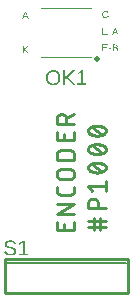
<source format=gbr>
G04 EAGLE Gerber RS-274X export*
G75*
%MOMM*%
%FSLAX34Y34*%
%LPD*%
%INSilkscreen Top*%
%IPPOS*%
%AMOC8*
5,1,8,0,0,1.08239X$1,22.5*%
G01*
G04 Define Apertures*
%ADD10C,0.279400*%
%ADD11C,0.500000*%
%ADD12C,0.120000*%
%ADD13C,0.254000*%
%ADD14C,0.152400*%
G36*
X27010Y243332D02*
X26179Y243332D01*
X28592Y249244D01*
X29502Y249244D01*
X31877Y243332D01*
X31059Y243332D01*
X30383Y245061D01*
X27689Y245061D01*
X27010Y243332D01*
G37*
%LPC*%
G36*
X30144Y245686D02*
X29385Y247637D01*
X29150Y248292D01*
X29036Y248640D01*
X28999Y248523D01*
X28869Y248125D01*
X28688Y247629D01*
X27933Y245686D01*
X30144Y245686D01*
G37*
%LPD*%
G36*
X27414Y214630D02*
X26613Y214630D01*
X26613Y220542D01*
X27414Y220542D01*
X27414Y217580D01*
X30264Y220542D01*
X31208Y220542D01*
X28690Y217974D01*
X31543Y214630D01*
X30549Y214630D01*
X28187Y217483D01*
X27414Y216896D01*
X27414Y214630D01*
G37*
G36*
X96791Y244010D02*
X96359Y244033D01*
X95958Y244103D01*
X95586Y244219D01*
X95245Y244381D01*
X94938Y244587D01*
X94670Y244833D01*
X94441Y245118D01*
X94250Y245443D01*
X94101Y245804D01*
X93994Y246197D01*
X93930Y246621D01*
X93908Y247077D01*
X93920Y247421D01*
X93956Y247746D01*
X94016Y248052D01*
X94099Y248338D01*
X94207Y248606D01*
X94338Y248854D01*
X94493Y249083D01*
X94672Y249293D01*
X94872Y249481D01*
X95091Y249644D01*
X95327Y249781D01*
X95583Y249894D01*
X95856Y249982D01*
X96148Y250044D01*
X96458Y250082D01*
X96787Y250095D01*
X97240Y250071D01*
X97653Y250002D01*
X98029Y249887D01*
X98365Y249725D01*
X98661Y249518D01*
X98914Y249267D01*
X99126Y248971D01*
X99296Y248630D01*
X98537Y248378D01*
X98418Y248621D01*
X98269Y248834D01*
X98088Y249016D01*
X97876Y249167D01*
X97638Y249286D01*
X97378Y249372D01*
X97097Y249423D01*
X96795Y249440D01*
X96557Y249430D01*
X96332Y249400D01*
X96120Y249351D01*
X95923Y249282D01*
X95738Y249193D01*
X95568Y249085D01*
X95411Y248956D01*
X95268Y248808D01*
X95140Y248643D01*
X95029Y248463D01*
X94936Y248269D01*
X94859Y248060D01*
X94799Y247836D01*
X94757Y247598D01*
X94731Y247345D01*
X94722Y247077D01*
X94731Y246812D01*
X94758Y246561D01*
X94802Y246322D01*
X94865Y246097D01*
X94945Y245885D01*
X95042Y245687D01*
X95158Y245502D01*
X95291Y245330D01*
X95439Y245175D01*
X95600Y245041D01*
X95774Y244927D01*
X95960Y244834D01*
X96158Y244762D01*
X96369Y244710D01*
X96593Y244679D01*
X96829Y244669D01*
X97130Y244688D01*
X97411Y244746D01*
X97674Y244842D01*
X97917Y244976D01*
X98141Y245149D01*
X98345Y245360D01*
X98530Y245610D01*
X98696Y245898D01*
X99351Y245571D01*
X99150Y245212D01*
X98912Y244899D01*
X98637Y244631D01*
X98325Y244409D01*
X97981Y244234D01*
X97611Y244110D01*
X97214Y244035D01*
X97006Y244016D01*
X96791Y244010D01*
G37*
G36*
X102913Y229870D02*
X102083Y229870D01*
X104495Y235782D01*
X105406Y235782D01*
X107781Y229870D01*
X106963Y229870D01*
X106287Y231599D01*
X103593Y231599D01*
X102913Y229870D01*
G37*
%LPC*%
G36*
X106048Y232224D02*
X105288Y234175D01*
X105053Y234830D01*
X104940Y235178D01*
X104902Y235061D01*
X104772Y234663D01*
X104592Y234167D01*
X103837Y232224D01*
X106048Y232224D01*
G37*
%LPD*%
G36*
X98835Y229870D02*
X94177Y229870D01*
X94177Y235782D01*
X98663Y235782D01*
X98663Y235128D01*
X94978Y235128D01*
X94978Y233231D01*
X98411Y233231D01*
X98411Y232585D01*
X94978Y232585D01*
X94978Y230525D01*
X98835Y230525D01*
X98835Y229870D01*
G37*
G36*
X101671Y231817D02*
X99573Y231817D01*
X99573Y232488D01*
X101671Y232488D01*
X101671Y231817D01*
G37*
G36*
X105171Y215646D02*
X102771Y215646D01*
X102771Y221558D01*
X104919Y221558D01*
X105407Y221536D01*
X105626Y221508D01*
X105830Y221469D01*
X106017Y221418D01*
X106187Y221357D01*
X106342Y221284D01*
X106480Y221200D01*
X106602Y221104D01*
X106708Y220998D01*
X106797Y220880D01*
X106870Y220751D01*
X106927Y220611D01*
X106968Y220460D01*
X106992Y220297D01*
X107000Y220123D01*
X106982Y219872D01*
X106927Y219641D01*
X106835Y219431D01*
X106707Y219242D01*
X106581Y219115D01*
X106545Y219078D01*
X106352Y218944D01*
X106129Y218839D01*
X105876Y218764D01*
X106208Y218703D01*
X106500Y218604D01*
X106752Y218467D01*
X106912Y218334D01*
X106963Y218292D01*
X107130Y218085D01*
X107249Y217853D01*
X107321Y217595D01*
X107345Y217312D01*
X107336Y217120D01*
X107309Y216939D01*
X107264Y216769D01*
X107201Y216611D01*
X107120Y216463D01*
X107021Y216326D01*
X106904Y216200D01*
X106770Y216084D01*
X106619Y215982D01*
X106454Y215893D01*
X106275Y215817D01*
X106083Y215756D01*
X105876Y215708D01*
X105655Y215673D01*
X105420Y215653D01*
X105171Y215646D01*
G37*
%LPC*%
G36*
X105129Y216288D02*
X105471Y216305D01*
X105764Y216356D01*
X106006Y216441D01*
X106199Y216561D01*
X106346Y216714D01*
X106451Y216901D01*
X106514Y217121D01*
X106535Y217375D01*
X106512Y217620D01*
X106443Y217832D01*
X106328Y218012D01*
X106168Y218158D01*
X105961Y218273D01*
X105709Y218354D01*
X105410Y218403D01*
X105066Y218420D01*
X103572Y218420D01*
X103572Y216288D01*
X105129Y216288D01*
G37*
G36*
X104919Y219045D02*
X105220Y219060D01*
X105480Y219105D01*
X105699Y219181D01*
X105878Y219286D01*
X106017Y219423D01*
X106116Y219592D01*
X106175Y219793D01*
X106195Y220027D01*
X106174Y220249D01*
X106113Y220437D01*
X106011Y220591D01*
X105867Y220711D01*
X105685Y220801D01*
X105467Y220865D01*
X105211Y220904D01*
X104919Y220916D01*
X103572Y220916D01*
X103572Y219045D01*
X104919Y219045D01*
G37*
%LPD*%
G36*
X98835Y215646D02*
X94177Y215646D01*
X94177Y221558D01*
X98663Y221558D01*
X98663Y220904D01*
X94978Y220904D01*
X94978Y219007D01*
X98411Y219007D01*
X98411Y218361D01*
X94978Y218361D01*
X94978Y216301D01*
X98835Y216301D01*
X98835Y215646D01*
G37*
G36*
X101671Y217593D02*
X99573Y217593D01*
X99573Y218264D01*
X101671Y218264D01*
X101671Y217593D01*
G37*
G36*
X52526Y187142D02*
X52059Y187154D01*
X51608Y187190D01*
X51173Y187250D01*
X50755Y187335D01*
X50353Y187443D01*
X49968Y187575D01*
X49598Y187732D01*
X49245Y187913D01*
X48911Y188116D01*
X48597Y188341D01*
X48303Y188587D01*
X48029Y188855D01*
X47776Y189145D01*
X47543Y189455D01*
X47331Y189788D01*
X47139Y190142D01*
X46969Y190514D01*
X46821Y190901D01*
X46696Y191304D01*
X46594Y191721D01*
X46514Y192154D01*
X46458Y192603D01*
X46423Y193066D01*
X46412Y193544D01*
X46418Y193909D01*
X46437Y194264D01*
X46469Y194609D01*
X46513Y194944D01*
X46570Y195268D01*
X46640Y195583D01*
X46722Y195887D01*
X46817Y196182D01*
X46925Y196466D01*
X47045Y196740D01*
X47178Y197004D01*
X47324Y197258D01*
X47653Y197736D01*
X48032Y198173D01*
X48457Y198564D01*
X48685Y198740D01*
X48922Y198903D01*
X49169Y199053D01*
X49426Y199190D01*
X49693Y199314D01*
X49970Y199425D01*
X50257Y199522D01*
X50554Y199607D01*
X50861Y199679D01*
X51177Y199737D01*
X51504Y199783D01*
X51840Y199816D01*
X52187Y199835D01*
X52543Y199842D01*
X53006Y199830D01*
X53453Y199795D01*
X53885Y199736D01*
X54301Y199655D01*
X54702Y199549D01*
X55087Y199420D01*
X55456Y199268D01*
X55810Y199093D01*
X56146Y198895D01*
X56461Y198676D01*
X56756Y198436D01*
X57031Y198174D01*
X57285Y197892D01*
X57519Y197588D01*
X57732Y197263D01*
X57925Y196916D01*
X58097Y196551D01*
X58245Y196170D01*
X58371Y195773D01*
X58474Y195360D01*
X58554Y194930D01*
X58611Y194484D01*
X58645Y194022D01*
X58657Y193544D01*
X58645Y193068D01*
X58610Y192607D01*
X58552Y192160D01*
X58472Y191729D01*
X58367Y191313D01*
X58240Y190912D01*
X58090Y190526D01*
X57916Y190155D01*
X57721Y189802D01*
X57506Y189470D01*
X57271Y189159D01*
X57015Y188869D01*
X56740Y188601D01*
X56444Y188353D01*
X56128Y188127D01*
X55792Y187921D01*
X55439Y187739D01*
X55069Y187580D01*
X54684Y187446D01*
X54284Y187337D01*
X53868Y187251D01*
X53436Y187191D01*
X52989Y187154D01*
X52526Y187142D01*
G37*
%LPC*%
G36*
X52526Y188499D02*
X53044Y188520D01*
X53532Y188582D01*
X53989Y188685D01*
X54414Y188829D01*
X54809Y189014D01*
X55172Y189241D01*
X55504Y189509D01*
X55806Y189818D01*
X56074Y190164D01*
X56306Y190545D01*
X56502Y190960D01*
X56663Y191408D01*
X56788Y191891D01*
X56877Y192408D01*
X56931Y192959D01*
X56949Y193544D01*
X56931Y194105D01*
X56877Y194634D01*
X56787Y195133D01*
X56661Y195600D01*
X56499Y196037D01*
X56301Y196443D01*
X56067Y196818D01*
X55797Y197162D01*
X55494Y197470D01*
X55162Y197736D01*
X54799Y197962D01*
X54408Y198147D01*
X53986Y198291D01*
X53535Y198393D01*
X53054Y198455D01*
X52543Y198475D01*
X52028Y198455D01*
X51543Y198394D01*
X51089Y198293D01*
X50664Y198151D01*
X50270Y197969D01*
X49906Y197746D01*
X49571Y197483D01*
X49267Y197179D01*
X48996Y196839D01*
X48762Y196466D01*
X48563Y196060D01*
X48400Y195622D01*
X48274Y195152D01*
X48183Y194648D01*
X48129Y194113D01*
X48111Y193544D01*
X48130Y192979D01*
X48184Y192444D01*
X48276Y191938D01*
X48404Y191463D01*
X48568Y191018D01*
X48769Y190602D01*
X49006Y190217D01*
X49281Y189861D01*
X49587Y189542D01*
X49922Y189266D01*
X50285Y189031D01*
X50676Y188840D01*
X51096Y188691D01*
X51544Y188585D01*
X52021Y188521D01*
X52526Y188499D01*
G37*
%LPD*%
G36*
X62644Y187317D02*
X60971Y187317D01*
X60971Y199658D01*
X62644Y199658D01*
X62644Y193474D01*
X68591Y199658D01*
X70562Y199658D01*
X65307Y194298D01*
X71263Y187317D01*
X69187Y187317D01*
X64256Y193273D01*
X62644Y192047D01*
X62644Y187317D01*
G37*
G36*
X80569Y187317D02*
X72835Y187317D01*
X72835Y188657D01*
X75979Y188657D01*
X75979Y198151D01*
X73194Y196163D01*
X73194Y197652D01*
X76111Y199658D01*
X77565Y199658D01*
X77565Y188657D01*
X80569Y188657D01*
X80569Y187317D01*
G37*
G36*
X16203Y43005D02*
X15654Y43017D01*
X15135Y43054D01*
X14645Y43115D01*
X14185Y43201D01*
X13755Y43311D01*
X13354Y43446D01*
X12982Y43605D01*
X12641Y43789D01*
X12329Y43997D01*
X12047Y44230D01*
X11794Y44487D01*
X11571Y44769D01*
X11377Y45075D01*
X11213Y45405D01*
X11079Y45761D01*
X10975Y46140D01*
X12595Y46464D01*
X12675Y46196D01*
X12774Y45945D01*
X12894Y45713D01*
X13033Y45500D01*
X13192Y45305D01*
X13370Y45129D01*
X13568Y44971D01*
X13786Y44831D01*
X14024Y44709D01*
X14283Y44603D01*
X14562Y44513D01*
X14861Y44440D01*
X15181Y44383D01*
X15522Y44342D01*
X15883Y44318D01*
X16265Y44310D01*
X16658Y44319D01*
X17029Y44345D01*
X17376Y44388D01*
X17700Y44449D01*
X18001Y44527D01*
X18279Y44623D01*
X18534Y44736D01*
X18765Y44866D01*
X18972Y45013D01*
X19150Y45177D01*
X19302Y45356D01*
X19425Y45552D01*
X19522Y45765D01*
X19590Y45993D01*
X19632Y46238D01*
X19646Y46499D01*
X19628Y46787D01*
X19577Y47047D01*
X19490Y47278D01*
X19370Y47480D01*
X19218Y47661D01*
X19038Y47824D01*
X18830Y47971D01*
X18594Y48102D01*
X18333Y48220D01*
X18047Y48328D01*
X17737Y48426D01*
X17403Y48514D01*
X15871Y48873D01*
X15183Y49035D01*
X14584Y49197D01*
X14073Y49359D01*
X13650Y49521D01*
X13291Y49688D01*
X12973Y49864D01*
X12694Y50049D01*
X12455Y50244D01*
X12249Y50452D01*
X12068Y50676D01*
X11914Y50918D01*
X11785Y51177D01*
X11683Y51454D01*
X11611Y51750D01*
X11567Y52067D01*
X11553Y52403D01*
X11572Y52788D01*
X11628Y53150D01*
X11723Y53489D01*
X11856Y53806D01*
X12026Y54100D01*
X12235Y54372D01*
X12481Y54620D01*
X12766Y54846D01*
X13085Y55048D01*
X13438Y55222D01*
X13823Y55369D01*
X14240Y55490D01*
X14691Y55584D01*
X15174Y55651D01*
X15690Y55691D01*
X16238Y55705D01*
X16748Y55695D01*
X17228Y55664D01*
X17676Y55614D01*
X18093Y55544D01*
X18479Y55453D01*
X18835Y55343D01*
X19159Y55212D01*
X19453Y55061D01*
X19720Y54886D01*
X19967Y54682D01*
X20193Y54451D01*
X20399Y54191D01*
X20583Y53902D01*
X20747Y53585D01*
X20890Y53240D01*
X21012Y52867D01*
X19365Y52578D01*
X19290Y52815D01*
X19199Y53035D01*
X19093Y53238D01*
X18971Y53424D01*
X18834Y53594D01*
X18682Y53746D01*
X18515Y53882D01*
X18332Y54001D01*
X18132Y54105D01*
X17914Y54195D01*
X17678Y54271D01*
X17423Y54333D01*
X17150Y54381D01*
X16859Y54416D01*
X16549Y54437D01*
X16221Y54443D01*
X15862Y54436D01*
X15525Y54413D01*
X15209Y54375D01*
X14916Y54321D01*
X14644Y54252D01*
X14395Y54168D01*
X14167Y54068D01*
X13961Y53953D01*
X13779Y53823D01*
X13620Y53678D01*
X13486Y53517D01*
X13377Y53342D01*
X13291Y53152D01*
X13230Y52946D01*
X13194Y52726D01*
X13182Y52490D01*
X13201Y52218D01*
X13257Y51970D01*
X13352Y51747D01*
X13484Y51549D01*
X13652Y51370D01*
X13853Y51205D01*
X14087Y51054D01*
X14355Y50918D01*
X14711Y50782D01*
X15207Y50630D01*
X15845Y50464D01*
X16624Y50283D01*
X17758Y50016D01*
X18311Y49867D01*
X18840Y49692D01*
X19340Y49487D01*
X19808Y49250D01*
X20026Y49116D01*
X20229Y48967D01*
X20418Y48805D01*
X20591Y48628D01*
X20749Y48436D01*
X20888Y48227D01*
X21009Y48002D01*
X21113Y47761D01*
X21195Y47500D01*
X21254Y47218D01*
X21289Y46913D01*
X21301Y46587D01*
X21280Y46172D01*
X21217Y45781D01*
X21113Y45415D01*
X20967Y45072D01*
X20779Y44753D01*
X20550Y44459D01*
X20278Y44188D01*
X19965Y43942D01*
X19614Y43722D01*
X19229Y43532D01*
X18810Y43371D01*
X18357Y43239D01*
X17870Y43137D01*
X17348Y43063D01*
X16793Y43020D01*
X16203Y43005D01*
G37*
G36*
X31229Y43180D02*
X23495Y43180D01*
X23495Y44520D01*
X26639Y44520D01*
X26639Y54014D01*
X23854Y52026D01*
X23854Y53515D01*
X26771Y55521D01*
X28225Y55521D01*
X28225Y44520D01*
X31229Y44520D01*
X31229Y43180D01*
G37*
D10*
X70358Y71557D02*
X70358Y64897D01*
X55372Y64897D01*
X55372Y71557D01*
X62032Y69892D02*
X62032Y64897D01*
X55372Y78399D02*
X70358Y78399D01*
X70358Y86725D02*
X55372Y78399D01*
X55372Y86725D02*
X70358Y86725D01*
X70358Y97822D02*
X70358Y101152D01*
X70358Y97822D02*
X70356Y97708D01*
X70350Y97595D01*
X70341Y97481D01*
X70327Y97369D01*
X70310Y97256D01*
X70288Y97144D01*
X70263Y97034D01*
X70235Y96924D01*
X70202Y96815D01*
X70166Y96707D01*
X70126Y96600D01*
X70082Y96495D01*
X70035Y96392D01*
X69985Y96290D01*
X69931Y96190D01*
X69873Y96092D01*
X69812Y95996D01*
X69749Y95902D01*
X69681Y95810D01*
X69611Y95720D01*
X69538Y95634D01*
X69462Y95549D01*
X69383Y95467D01*
X69301Y95388D01*
X69217Y95312D01*
X69130Y95239D01*
X69040Y95169D01*
X68948Y95102D01*
X68854Y95038D01*
X68758Y94977D01*
X68660Y94919D01*
X68560Y94865D01*
X68458Y94815D01*
X68355Y94768D01*
X68250Y94724D01*
X68143Y94684D01*
X68035Y94648D01*
X67926Y94615D01*
X67816Y94587D01*
X67706Y94562D01*
X67594Y94540D01*
X67481Y94523D01*
X67369Y94509D01*
X67255Y94500D01*
X67142Y94494D01*
X67028Y94492D01*
X58702Y94492D01*
X58588Y94494D01*
X58475Y94500D01*
X58361Y94509D01*
X58249Y94523D01*
X58136Y94540D01*
X58024Y94562D01*
X57914Y94587D01*
X57804Y94615D01*
X57695Y94648D01*
X57587Y94684D01*
X57480Y94724D01*
X57375Y94768D01*
X57272Y94815D01*
X57170Y94865D01*
X57070Y94919D01*
X56972Y94977D01*
X56876Y95038D01*
X56782Y95101D01*
X56690Y95169D01*
X56600Y95239D01*
X56514Y95312D01*
X56429Y95388D01*
X56347Y95467D01*
X56268Y95549D01*
X56192Y95633D01*
X56119Y95720D01*
X56049Y95810D01*
X55982Y95902D01*
X55918Y95996D01*
X55857Y96092D01*
X55799Y96190D01*
X55745Y96290D01*
X55695Y96392D01*
X55648Y96495D01*
X55604Y96600D01*
X55564Y96707D01*
X55528Y96815D01*
X55495Y96924D01*
X55467Y97034D01*
X55442Y97144D01*
X55420Y97256D01*
X55403Y97369D01*
X55389Y97481D01*
X55380Y97595D01*
X55374Y97708D01*
X55372Y97822D01*
X55372Y101152D01*
X59535Y107577D02*
X66195Y107577D01*
X59535Y107577D02*
X59407Y107579D01*
X59279Y107585D01*
X59151Y107595D01*
X59023Y107609D01*
X58896Y107626D01*
X58770Y107648D01*
X58644Y107673D01*
X58520Y107703D01*
X58396Y107736D01*
X58273Y107773D01*
X58151Y107814D01*
X58031Y107858D01*
X57912Y107906D01*
X57795Y107958D01*
X57679Y108013D01*
X57566Y108072D01*
X57453Y108135D01*
X57343Y108201D01*
X57236Y108270D01*
X57130Y108342D01*
X57026Y108418D01*
X56925Y108497D01*
X56826Y108579D01*
X56730Y108664D01*
X56637Y108751D01*
X56546Y108842D01*
X56459Y108935D01*
X56374Y109031D01*
X56292Y109130D01*
X56213Y109231D01*
X56137Y109335D01*
X56065Y109441D01*
X55996Y109548D01*
X55930Y109659D01*
X55867Y109771D01*
X55808Y109884D01*
X55753Y110000D01*
X55701Y110117D01*
X55653Y110236D01*
X55609Y110356D01*
X55568Y110478D01*
X55531Y110601D01*
X55498Y110725D01*
X55468Y110849D01*
X55443Y110975D01*
X55421Y111101D01*
X55404Y111228D01*
X55390Y111356D01*
X55380Y111484D01*
X55374Y111612D01*
X55372Y111740D01*
X55374Y111868D01*
X55380Y111996D01*
X55390Y112124D01*
X55404Y112252D01*
X55421Y112379D01*
X55443Y112505D01*
X55468Y112631D01*
X55498Y112755D01*
X55531Y112879D01*
X55568Y113002D01*
X55609Y113124D01*
X55653Y113244D01*
X55701Y113363D01*
X55753Y113480D01*
X55808Y113596D01*
X55867Y113709D01*
X55930Y113822D01*
X55996Y113932D01*
X56065Y114039D01*
X56137Y114145D01*
X56213Y114249D01*
X56292Y114350D01*
X56374Y114449D01*
X56459Y114545D01*
X56546Y114638D01*
X56637Y114729D01*
X56730Y114816D01*
X56826Y114901D01*
X56925Y114983D01*
X57026Y115062D01*
X57130Y115138D01*
X57236Y115210D01*
X57343Y115279D01*
X57454Y115345D01*
X57566Y115408D01*
X57679Y115467D01*
X57795Y115522D01*
X57912Y115574D01*
X58031Y115622D01*
X58151Y115666D01*
X58273Y115707D01*
X58396Y115744D01*
X58520Y115777D01*
X58644Y115807D01*
X58770Y115832D01*
X58896Y115854D01*
X59023Y115871D01*
X59151Y115885D01*
X59279Y115895D01*
X59407Y115901D01*
X59535Y115903D01*
X66195Y115903D01*
X66323Y115901D01*
X66451Y115895D01*
X66579Y115885D01*
X66707Y115871D01*
X66834Y115854D01*
X66960Y115832D01*
X67086Y115807D01*
X67210Y115777D01*
X67334Y115744D01*
X67457Y115707D01*
X67579Y115666D01*
X67699Y115622D01*
X67818Y115574D01*
X67935Y115522D01*
X68051Y115467D01*
X68164Y115408D01*
X68277Y115345D01*
X68387Y115279D01*
X68494Y115210D01*
X68600Y115138D01*
X68704Y115062D01*
X68805Y114983D01*
X68904Y114901D01*
X69000Y114816D01*
X69093Y114729D01*
X69184Y114638D01*
X69271Y114545D01*
X69356Y114449D01*
X69438Y114350D01*
X69517Y114249D01*
X69593Y114145D01*
X69665Y114039D01*
X69734Y113932D01*
X69800Y113821D01*
X69863Y113709D01*
X69922Y113596D01*
X69977Y113480D01*
X70029Y113363D01*
X70077Y113244D01*
X70121Y113124D01*
X70162Y113002D01*
X70199Y112879D01*
X70232Y112755D01*
X70262Y112631D01*
X70287Y112505D01*
X70309Y112379D01*
X70326Y112252D01*
X70340Y112124D01*
X70350Y111996D01*
X70356Y111868D01*
X70358Y111740D01*
X70356Y111612D01*
X70350Y111484D01*
X70340Y111356D01*
X70326Y111228D01*
X70309Y111101D01*
X70287Y110975D01*
X70262Y110849D01*
X70232Y110725D01*
X70199Y110601D01*
X70162Y110478D01*
X70121Y110356D01*
X70077Y110236D01*
X70029Y110117D01*
X69977Y110000D01*
X69922Y109884D01*
X69863Y109771D01*
X69800Y109658D01*
X69734Y109548D01*
X69665Y109441D01*
X69593Y109335D01*
X69517Y109231D01*
X69438Y109130D01*
X69356Y109031D01*
X69271Y108935D01*
X69184Y108842D01*
X69093Y108751D01*
X69000Y108664D01*
X68904Y108579D01*
X68805Y108497D01*
X68704Y108418D01*
X68600Y108342D01*
X68494Y108270D01*
X68387Y108201D01*
X68277Y108135D01*
X68164Y108072D01*
X68051Y108013D01*
X67935Y107958D01*
X67818Y107906D01*
X67699Y107858D01*
X67579Y107814D01*
X67457Y107773D01*
X67334Y107736D01*
X67210Y107703D01*
X67086Y107673D01*
X66960Y107648D01*
X66834Y107626D01*
X66707Y107609D01*
X66579Y107595D01*
X66451Y107585D01*
X66323Y107579D01*
X66195Y107577D01*
X70358Y123730D02*
X55372Y123730D01*
X55372Y127893D01*
X55374Y128021D01*
X55380Y128149D01*
X55390Y128277D01*
X55404Y128405D01*
X55421Y128532D01*
X55443Y128658D01*
X55468Y128784D01*
X55498Y128908D01*
X55531Y129032D01*
X55568Y129155D01*
X55609Y129277D01*
X55653Y129397D01*
X55701Y129516D01*
X55753Y129633D01*
X55808Y129749D01*
X55867Y129862D01*
X55930Y129975D01*
X55996Y130085D01*
X56065Y130193D01*
X56137Y130298D01*
X56213Y130402D01*
X56292Y130503D01*
X56374Y130602D01*
X56459Y130698D01*
X56546Y130791D01*
X56637Y130882D01*
X56730Y130970D01*
X56826Y131054D01*
X56925Y131136D01*
X57026Y131215D01*
X57130Y131291D01*
X57236Y131363D01*
X57343Y131432D01*
X57454Y131498D01*
X57566Y131561D01*
X57679Y131620D01*
X57795Y131675D01*
X57912Y131727D01*
X58031Y131775D01*
X58151Y131819D01*
X58273Y131860D01*
X58396Y131897D01*
X58520Y131930D01*
X58644Y131960D01*
X58770Y131985D01*
X58896Y132007D01*
X59023Y132024D01*
X59151Y132038D01*
X59279Y132048D01*
X59407Y132054D01*
X59535Y132056D01*
X59535Y132055D02*
X66195Y132055D01*
X66195Y132056D02*
X66323Y132054D01*
X66451Y132048D01*
X66579Y132038D01*
X66707Y132024D01*
X66834Y132007D01*
X66960Y131985D01*
X67086Y131960D01*
X67210Y131930D01*
X67334Y131897D01*
X67457Y131860D01*
X67579Y131819D01*
X67699Y131775D01*
X67818Y131727D01*
X67935Y131675D01*
X68051Y131620D01*
X68164Y131561D01*
X68277Y131498D01*
X68387Y131432D01*
X68494Y131363D01*
X68600Y131291D01*
X68704Y131215D01*
X68805Y131136D01*
X68904Y131054D01*
X69000Y130969D01*
X69093Y130882D01*
X69184Y130791D01*
X69271Y130698D01*
X69356Y130602D01*
X69438Y130503D01*
X69517Y130402D01*
X69593Y130298D01*
X69665Y130192D01*
X69734Y130085D01*
X69800Y129975D01*
X69863Y129862D01*
X69922Y129749D01*
X69977Y129633D01*
X70029Y129516D01*
X70077Y129397D01*
X70121Y129277D01*
X70162Y129155D01*
X70199Y129032D01*
X70232Y128908D01*
X70262Y128784D01*
X70287Y128658D01*
X70309Y128532D01*
X70326Y128405D01*
X70340Y128277D01*
X70350Y128149D01*
X70356Y128021D01*
X70358Y127893D01*
X70358Y123730D01*
X70358Y140448D02*
X70358Y147108D01*
X70358Y140448D02*
X55372Y140448D01*
X55372Y147108D01*
X62032Y145443D02*
X62032Y140448D01*
X55372Y154088D02*
X70358Y154088D01*
X55372Y154088D02*
X55372Y158251D01*
X55374Y158379D01*
X55380Y158507D01*
X55390Y158635D01*
X55404Y158763D01*
X55421Y158890D01*
X55443Y159016D01*
X55468Y159142D01*
X55498Y159266D01*
X55531Y159390D01*
X55568Y159513D01*
X55609Y159635D01*
X55653Y159755D01*
X55701Y159874D01*
X55753Y159991D01*
X55808Y160107D01*
X55867Y160220D01*
X55930Y160333D01*
X55996Y160443D01*
X56065Y160550D01*
X56137Y160656D01*
X56213Y160760D01*
X56292Y160861D01*
X56374Y160960D01*
X56459Y161056D01*
X56546Y161149D01*
X56637Y161240D01*
X56730Y161327D01*
X56826Y161412D01*
X56925Y161494D01*
X57026Y161573D01*
X57130Y161649D01*
X57236Y161721D01*
X57343Y161790D01*
X57454Y161856D01*
X57566Y161919D01*
X57679Y161978D01*
X57795Y162033D01*
X57912Y162085D01*
X58031Y162133D01*
X58151Y162177D01*
X58273Y162218D01*
X58396Y162255D01*
X58520Y162288D01*
X58644Y162318D01*
X58770Y162343D01*
X58896Y162365D01*
X59023Y162382D01*
X59151Y162396D01*
X59279Y162406D01*
X59407Y162412D01*
X59535Y162414D01*
X59663Y162412D01*
X59791Y162406D01*
X59919Y162396D01*
X60047Y162382D01*
X60174Y162365D01*
X60300Y162343D01*
X60426Y162318D01*
X60550Y162288D01*
X60674Y162255D01*
X60797Y162218D01*
X60919Y162177D01*
X61039Y162133D01*
X61158Y162085D01*
X61275Y162033D01*
X61391Y161978D01*
X61504Y161919D01*
X61617Y161856D01*
X61727Y161790D01*
X61834Y161721D01*
X61940Y161649D01*
X62044Y161573D01*
X62145Y161494D01*
X62244Y161412D01*
X62340Y161327D01*
X62433Y161240D01*
X62524Y161149D01*
X62611Y161056D01*
X62696Y160960D01*
X62778Y160861D01*
X62857Y160760D01*
X62933Y160656D01*
X63005Y160550D01*
X63074Y160443D01*
X63140Y160333D01*
X63203Y160220D01*
X63262Y160107D01*
X63317Y159991D01*
X63369Y159874D01*
X63417Y159755D01*
X63461Y159635D01*
X63502Y159513D01*
X63539Y159390D01*
X63572Y159266D01*
X63602Y159142D01*
X63627Y159016D01*
X63649Y158890D01*
X63666Y158763D01*
X63680Y158635D01*
X63690Y158507D01*
X63696Y158379D01*
X63698Y158251D01*
X63698Y154088D01*
X63698Y159084D02*
X70358Y162414D01*
X92033Y74888D02*
X92033Y64897D01*
X87037Y64897D02*
X87037Y74888D01*
X82042Y67395D02*
X97028Y67395D01*
X97028Y72390D02*
X82042Y72390D01*
X82042Y82721D02*
X97028Y82721D01*
X82042Y82721D02*
X82042Y86884D01*
X82044Y87012D01*
X82050Y87140D01*
X82060Y87268D01*
X82074Y87396D01*
X82091Y87523D01*
X82113Y87649D01*
X82138Y87775D01*
X82168Y87899D01*
X82201Y88023D01*
X82238Y88146D01*
X82279Y88268D01*
X82323Y88388D01*
X82371Y88507D01*
X82423Y88624D01*
X82478Y88740D01*
X82537Y88853D01*
X82600Y88966D01*
X82666Y89076D01*
X82735Y89183D01*
X82807Y89289D01*
X82883Y89393D01*
X82962Y89494D01*
X83044Y89593D01*
X83129Y89689D01*
X83216Y89782D01*
X83307Y89873D01*
X83400Y89960D01*
X83496Y90045D01*
X83595Y90127D01*
X83696Y90206D01*
X83800Y90282D01*
X83906Y90354D01*
X84013Y90423D01*
X84124Y90489D01*
X84236Y90552D01*
X84349Y90611D01*
X84465Y90666D01*
X84582Y90718D01*
X84701Y90766D01*
X84821Y90810D01*
X84943Y90851D01*
X85066Y90888D01*
X85190Y90921D01*
X85314Y90951D01*
X85440Y90976D01*
X85566Y90998D01*
X85693Y91015D01*
X85821Y91029D01*
X85949Y91039D01*
X86077Y91045D01*
X86205Y91047D01*
X86333Y91045D01*
X86461Y91039D01*
X86589Y91029D01*
X86717Y91015D01*
X86844Y90998D01*
X86970Y90976D01*
X87096Y90951D01*
X87220Y90921D01*
X87344Y90888D01*
X87467Y90851D01*
X87589Y90810D01*
X87709Y90766D01*
X87828Y90718D01*
X87945Y90666D01*
X88061Y90611D01*
X88174Y90552D01*
X88287Y90489D01*
X88397Y90423D01*
X88504Y90354D01*
X88610Y90282D01*
X88714Y90206D01*
X88815Y90127D01*
X88914Y90045D01*
X89010Y89960D01*
X89103Y89873D01*
X89194Y89782D01*
X89281Y89689D01*
X89366Y89593D01*
X89448Y89494D01*
X89527Y89393D01*
X89603Y89289D01*
X89675Y89183D01*
X89744Y89076D01*
X89810Y88966D01*
X89873Y88853D01*
X89932Y88740D01*
X89987Y88624D01*
X90039Y88507D01*
X90087Y88388D01*
X90131Y88268D01*
X90172Y88146D01*
X90209Y88023D01*
X90242Y87899D01*
X90272Y87775D01*
X90297Y87649D01*
X90319Y87523D01*
X90336Y87396D01*
X90350Y87268D01*
X90360Y87140D01*
X90366Y87012D01*
X90368Y86884D01*
X90368Y82721D01*
X85372Y97513D02*
X82042Y101676D01*
X97028Y101676D01*
X97028Y97513D02*
X97028Y105839D01*
X89535Y113144D02*
X89240Y113148D01*
X88946Y113158D01*
X88651Y113176D01*
X88357Y113200D01*
X88064Y113232D01*
X87772Y113270D01*
X87481Y113316D01*
X87191Y113369D01*
X86902Y113428D01*
X86615Y113494D01*
X86329Y113567D01*
X86045Y113647D01*
X85763Y113734D01*
X85484Y113827D01*
X85206Y113927D01*
X84932Y114034D01*
X84659Y114147D01*
X84390Y114267D01*
X84123Y114393D01*
X84020Y114431D01*
X83919Y114472D01*
X83820Y114516D01*
X83721Y114564D01*
X83625Y114615D01*
X83531Y114670D01*
X83438Y114728D01*
X83348Y114789D01*
X83260Y114854D01*
X83174Y114921D01*
X83091Y114992D01*
X83010Y115065D01*
X82932Y115141D01*
X82856Y115220D01*
X82784Y115302D01*
X82714Y115386D01*
X82648Y115473D01*
X82584Y115561D01*
X82524Y115652D01*
X82467Y115746D01*
X82413Y115841D01*
X82363Y115938D01*
X82316Y116036D01*
X82273Y116136D01*
X82233Y116238D01*
X82197Y116341D01*
X82165Y116445D01*
X82136Y116551D01*
X82111Y116657D01*
X82090Y116764D01*
X82073Y116872D01*
X82059Y116980D01*
X82050Y117089D01*
X82044Y117198D01*
X82042Y117307D01*
X82044Y117416D01*
X82050Y117525D01*
X82059Y117634D01*
X82073Y117742D01*
X82090Y117850D01*
X82111Y117957D01*
X82136Y118063D01*
X82165Y118169D01*
X82197Y118273D01*
X82233Y118376D01*
X82273Y118478D01*
X82316Y118578D01*
X82363Y118676D01*
X82413Y118773D01*
X82467Y118868D01*
X82524Y118962D01*
X82584Y119053D01*
X82648Y119141D01*
X82714Y119228D01*
X82784Y119312D01*
X82856Y119394D01*
X82932Y119473D01*
X83010Y119549D01*
X83091Y119622D01*
X83174Y119693D01*
X83260Y119760D01*
X83348Y119825D01*
X83438Y119886D01*
X83531Y119944D01*
X83625Y119999D01*
X83721Y120050D01*
X83820Y120098D01*
X83919Y120142D01*
X84021Y120183D01*
X84123Y120221D01*
X84390Y120347D01*
X84659Y120467D01*
X84932Y120580D01*
X85206Y120687D01*
X85484Y120787D01*
X85763Y120880D01*
X86045Y120967D01*
X86329Y121047D01*
X86615Y121120D01*
X86902Y121186D01*
X87191Y121245D01*
X87481Y121298D01*
X87772Y121344D01*
X88064Y121382D01*
X88357Y121414D01*
X88651Y121438D01*
X88946Y121456D01*
X89240Y121466D01*
X89535Y121470D01*
X89535Y113144D02*
X89830Y113148D01*
X90124Y113158D01*
X90419Y113176D01*
X90713Y113200D01*
X91006Y113232D01*
X91298Y113270D01*
X91589Y113316D01*
X91879Y113369D01*
X92168Y113428D01*
X92455Y113494D01*
X92741Y113567D01*
X93025Y113647D01*
X93307Y113734D01*
X93586Y113827D01*
X93864Y113927D01*
X94138Y114034D01*
X94411Y114147D01*
X94680Y114267D01*
X94947Y114393D01*
X95050Y114431D01*
X95151Y114472D01*
X95250Y114516D01*
X95349Y114564D01*
X95445Y114615D01*
X95539Y114670D01*
X95632Y114728D01*
X95722Y114789D01*
X95810Y114854D01*
X95896Y114921D01*
X95979Y114992D01*
X96060Y115065D01*
X96138Y115141D01*
X96214Y115220D01*
X96286Y115302D01*
X96356Y115386D01*
X96422Y115473D01*
X96486Y115561D01*
X96546Y115652D01*
X96603Y115746D01*
X96657Y115841D01*
X96707Y115938D01*
X96754Y116036D01*
X96797Y116136D01*
X96837Y116238D01*
X96873Y116341D01*
X96905Y116445D01*
X96934Y116551D01*
X96959Y116657D01*
X96980Y116764D01*
X96997Y116872D01*
X97011Y116980D01*
X97020Y117089D01*
X97026Y117198D01*
X97028Y117307D01*
X94947Y120221D02*
X94680Y120347D01*
X94411Y120467D01*
X94138Y120580D01*
X93864Y120687D01*
X93586Y120787D01*
X93307Y120880D01*
X93025Y120967D01*
X92741Y121047D01*
X92455Y121120D01*
X92168Y121186D01*
X91879Y121245D01*
X91589Y121298D01*
X91298Y121344D01*
X91006Y121382D01*
X90713Y121414D01*
X90419Y121438D01*
X90124Y121456D01*
X89830Y121466D01*
X89535Y121470D01*
X94947Y120221D02*
X95050Y120183D01*
X95151Y120142D01*
X95250Y120098D01*
X95349Y120050D01*
X95445Y119999D01*
X95539Y119944D01*
X95632Y119886D01*
X95722Y119825D01*
X95810Y119760D01*
X95896Y119693D01*
X95979Y119622D01*
X96060Y119549D01*
X96138Y119473D01*
X96214Y119394D01*
X96286Y119312D01*
X96356Y119228D01*
X96422Y119141D01*
X96486Y119053D01*
X96546Y118961D01*
X96603Y118868D01*
X96657Y118773D01*
X96707Y118676D01*
X96754Y118578D01*
X96797Y118478D01*
X96837Y118376D01*
X96873Y118273D01*
X96905Y118169D01*
X96934Y118063D01*
X96959Y117957D01*
X96980Y117850D01*
X96997Y117742D01*
X97011Y117634D01*
X97020Y117525D01*
X97026Y117416D01*
X97028Y117307D01*
X93698Y113977D02*
X85372Y120637D01*
X89535Y128775D02*
X89240Y128779D01*
X88946Y128789D01*
X88651Y128807D01*
X88357Y128831D01*
X88064Y128863D01*
X87772Y128901D01*
X87481Y128947D01*
X87191Y129000D01*
X86902Y129059D01*
X86615Y129125D01*
X86329Y129198D01*
X86045Y129278D01*
X85763Y129365D01*
X85484Y129458D01*
X85206Y129558D01*
X84932Y129665D01*
X84659Y129778D01*
X84390Y129898D01*
X84123Y130024D01*
X84020Y130062D01*
X83919Y130103D01*
X83820Y130147D01*
X83721Y130195D01*
X83625Y130246D01*
X83531Y130301D01*
X83438Y130359D01*
X83348Y130420D01*
X83260Y130485D01*
X83174Y130552D01*
X83091Y130623D01*
X83010Y130696D01*
X82932Y130772D01*
X82856Y130851D01*
X82784Y130933D01*
X82714Y131017D01*
X82648Y131104D01*
X82584Y131192D01*
X82524Y131283D01*
X82467Y131377D01*
X82413Y131472D01*
X82363Y131569D01*
X82316Y131667D01*
X82273Y131767D01*
X82233Y131869D01*
X82197Y131972D01*
X82165Y132076D01*
X82136Y132182D01*
X82111Y132288D01*
X82090Y132395D01*
X82073Y132503D01*
X82059Y132611D01*
X82050Y132720D01*
X82044Y132829D01*
X82042Y132938D01*
X82044Y133047D01*
X82050Y133156D01*
X82059Y133265D01*
X82073Y133373D01*
X82090Y133481D01*
X82111Y133588D01*
X82136Y133694D01*
X82165Y133800D01*
X82197Y133904D01*
X82233Y134007D01*
X82273Y134109D01*
X82316Y134209D01*
X82363Y134307D01*
X82413Y134404D01*
X82467Y134499D01*
X82524Y134593D01*
X82584Y134684D01*
X82648Y134772D01*
X82714Y134859D01*
X82784Y134943D01*
X82856Y135025D01*
X82932Y135104D01*
X83010Y135180D01*
X83091Y135253D01*
X83174Y135324D01*
X83260Y135391D01*
X83348Y135456D01*
X83438Y135517D01*
X83531Y135575D01*
X83625Y135630D01*
X83721Y135681D01*
X83820Y135729D01*
X83919Y135773D01*
X84021Y135814D01*
X84123Y135852D01*
X84390Y135978D01*
X84659Y136098D01*
X84932Y136211D01*
X85206Y136318D01*
X85484Y136418D01*
X85763Y136511D01*
X86045Y136598D01*
X86329Y136678D01*
X86615Y136751D01*
X86902Y136817D01*
X87191Y136876D01*
X87481Y136929D01*
X87772Y136975D01*
X88064Y137013D01*
X88357Y137045D01*
X88651Y137069D01*
X88946Y137087D01*
X89240Y137097D01*
X89535Y137101D01*
X89535Y128775D02*
X89830Y128779D01*
X90124Y128789D01*
X90419Y128807D01*
X90713Y128831D01*
X91006Y128863D01*
X91298Y128901D01*
X91589Y128947D01*
X91879Y129000D01*
X92168Y129059D01*
X92455Y129125D01*
X92741Y129198D01*
X93025Y129278D01*
X93307Y129365D01*
X93586Y129458D01*
X93864Y129558D01*
X94138Y129665D01*
X94411Y129778D01*
X94680Y129898D01*
X94947Y130024D01*
X95050Y130062D01*
X95151Y130103D01*
X95250Y130147D01*
X95349Y130195D01*
X95445Y130246D01*
X95539Y130301D01*
X95632Y130359D01*
X95722Y130420D01*
X95810Y130485D01*
X95896Y130552D01*
X95979Y130623D01*
X96060Y130696D01*
X96138Y130772D01*
X96214Y130851D01*
X96286Y130933D01*
X96356Y131017D01*
X96422Y131104D01*
X96486Y131192D01*
X96546Y131283D01*
X96603Y131377D01*
X96657Y131472D01*
X96707Y131569D01*
X96754Y131667D01*
X96797Y131767D01*
X96837Y131869D01*
X96873Y131972D01*
X96905Y132076D01*
X96934Y132182D01*
X96959Y132288D01*
X96980Y132395D01*
X96997Y132503D01*
X97011Y132611D01*
X97020Y132720D01*
X97026Y132829D01*
X97028Y132938D01*
X94947Y135852D02*
X94680Y135978D01*
X94411Y136098D01*
X94138Y136211D01*
X93864Y136318D01*
X93586Y136418D01*
X93307Y136511D01*
X93025Y136598D01*
X92741Y136678D01*
X92455Y136751D01*
X92168Y136817D01*
X91879Y136876D01*
X91589Y136929D01*
X91298Y136975D01*
X91006Y137013D01*
X90713Y137045D01*
X90419Y137069D01*
X90124Y137087D01*
X89830Y137097D01*
X89535Y137101D01*
X94947Y135852D02*
X95050Y135814D01*
X95151Y135773D01*
X95250Y135729D01*
X95349Y135681D01*
X95445Y135630D01*
X95539Y135575D01*
X95632Y135517D01*
X95722Y135456D01*
X95810Y135391D01*
X95896Y135324D01*
X95979Y135253D01*
X96060Y135180D01*
X96138Y135104D01*
X96214Y135025D01*
X96286Y134943D01*
X96356Y134859D01*
X96422Y134772D01*
X96486Y134684D01*
X96546Y134592D01*
X96603Y134499D01*
X96657Y134404D01*
X96707Y134307D01*
X96754Y134209D01*
X96797Y134109D01*
X96837Y134007D01*
X96873Y133904D01*
X96905Y133800D01*
X96934Y133694D01*
X96959Y133588D01*
X96980Y133481D01*
X96997Y133373D01*
X97011Y133265D01*
X97020Y133156D01*
X97026Y133047D01*
X97028Y132938D01*
X93698Y129608D02*
X85372Y136269D01*
X89535Y144406D02*
X89240Y144410D01*
X88946Y144420D01*
X88651Y144438D01*
X88357Y144462D01*
X88064Y144494D01*
X87772Y144532D01*
X87481Y144578D01*
X87191Y144631D01*
X86902Y144690D01*
X86615Y144756D01*
X86329Y144829D01*
X86045Y144909D01*
X85763Y144996D01*
X85484Y145089D01*
X85206Y145189D01*
X84932Y145296D01*
X84659Y145409D01*
X84390Y145529D01*
X84123Y145655D01*
X84020Y145693D01*
X83919Y145734D01*
X83820Y145778D01*
X83721Y145826D01*
X83625Y145877D01*
X83531Y145932D01*
X83438Y145990D01*
X83348Y146051D01*
X83260Y146116D01*
X83174Y146183D01*
X83091Y146254D01*
X83010Y146327D01*
X82932Y146403D01*
X82856Y146482D01*
X82784Y146564D01*
X82714Y146648D01*
X82648Y146735D01*
X82584Y146823D01*
X82524Y146914D01*
X82467Y147008D01*
X82413Y147103D01*
X82363Y147200D01*
X82316Y147298D01*
X82273Y147398D01*
X82233Y147500D01*
X82197Y147603D01*
X82165Y147707D01*
X82136Y147813D01*
X82111Y147919D01*
X82090Y148026D01*
X82073Y148134D01*
X82059Y148242D01*
X82050Y148351D01*
X82044Y148460D01*
X82042Y148569D01*
X82044Y148678D01*
X82050Y148787D01*
X82059Y148896D01*
X82073Y149004D01*
X82090Y149112D01*
X82111Y149219D01*
X82136Y149325D01*
X82165Y149431D01*
X82197Y149535D01*
X82233Y149638D01*
X82273Y149740D01*
X82316Y149840D01*
X82363Y149938D01*
X82413Y150035D01*
X82467Y150130D01*
X82524Y150224D01*
X82584Y150315D01*
X82648Y150403D01*
X82714Y150490D01*
X82784Y150574D01*
X82856Y150656D01*
X82932Y150735D01*
X83010Y150811D01*
X83091Y150884D01*
X83174Y150955D01*
X83260Y151022D01*
X83348Y151087D01*
X83438Y151148D01*
X83531Y151206D01*
X83625Y151261D01*
X83721Y151312D01*
X83820Y151360D01*
X83919Y151404D01*
X84021Y151445D01*
X84123Y151483D01*
X84123Y151484D02*
X84390Y151610D01*
X84659Y151730D01*
X84932Y151843D01*
X85206Y151950D01*
X85484Y152050D01*
X85763Y152143D01*
X86045Y152230D01*
X86329Y152310D01*
X86615Y152383D01*
X86902Y152449D01*
X87191Y152508D01*
X87481Y152561D01*
X87772Y152607D01*
X88064Y152645D01*
X88357Y152677D01*
X88651Y152701D01*
X88946Y152719D01*
X89240Y152729D01*
X89535Y152733D01*
X89535Y144407D02*
X89830Y144411D01*
X90124Y144421D01*
X90419Y144439D01*
X90713Y144463D01*
X91006Y144495D01*
X91298Y144533D01*
X91589Y144579D01*
X91879Y144632D01*
X92168Y144691D01*
X92455Y144757D01*
X92741Y144830D01*
X93025Y144910D01*
X93307Y144997D01*
X93586Y145090D01*
X93864Y145190D01*
X94138Y145297D01*
X94411Y145410D01*
X94680Y145530D01*
X94947Y145656D01*
X94947Y145655D02*
X95050Y145693D01*
X95151Y145734D01*
X95250Y145778D01*
X95349Y145826D01*
X95445Y145877D01*
X95539Y145932D01*
X95632Y145990D01*
X95722Y146051D01*
X95810Y146116D01*
X95896Y146183D01*
X95979Y146254D01*
X96060Y146327D01*
X96138Y146403D01*
X96214Y146482D01*
X96286Y146564D01*
X96356Y146648D01*
X96422Y146735D01*
X96486Y146823D01*
X96546Y146914D01*
X96603Y147008D01*
X96657Y147103D01*
X96707Y147200D01*
X96754Y147298D01*
X96797Y147398D01*
X96837Y147500D01*
X96873Y147603D01*
X96905Y147707D01*
X96934Y147813D01*
X96959Y147919D01*
X96980Y148026D01*
X96997Y148134D01*
X97011Y148242D01*
X97020Y148351D01*
X97026Y148460D01*
X97028Y148569D01*
X94947Y151483D02*
X94680Y151609D01*
X94411Y151729D01*
X94138Y151842D01*
X93864Y151949D01*
X93586Y152049D01*
X93307Y152142D01*
X93025Y152229D01*
X92741Y152309D01*
X92455Y152382D01*
X92168Y152448D01*
X91879Y152507D01*
X91589Y152560D01*
X91298Y152606D01*
X91006Y152644D01*
X90713Y152676D01*
X90419Y152700D01*
X90124Y152718D01*
X89830Y152728D01*
X89535Y152732D01*
X94947Y151483D02*
X95050Y151445D01*
X95151Y151404D01*
X95250Y151360D01*
X95349Y151312D01*
X95445Y151261D01*
X95539Y151206D01*
X95632Y151148D01*
X95722Y151087D01*
X95810Y151022D01*
X95896Y150955D01*
X95979Y150884D01*
X96060Y150811D01*
X96138Y150735D01*
X96214Y150656D01*
X96286Y150574D01*
X96356Y150490D01*
X96422Y150403D01*
X96486Y150315D01*
X96546Y150223D01*
X96603Y150130D01*
X96657Y150035D01*
X96707Y149938D01*
X96754Y149840D01*
X96797Y149740D01*
X96837Y149638D01*
X96873Y149535D01*
X96905Y149431D01*
X96934Y149325D01*
X96959Y149219D01*
X96980Y149112D01*
X96997Y149004D01*
X97011Y148896D01*
X97020Y148787D01*
X97026Y148678D01*
X97028Y148569D01*
X93698Y145239D02*
X85372Y151900D01*
D11*
X89540Y208867D03*
D12*
X84500Y210767D02*
X42500Y210767D01*
X42500Y252783D02*
X84500Y252783D01*
D13*
X115600Y10900D02*
X11400Y10900D01*
X115600Y10900D02*
X115600Y39900D01*
X11400Y39900D01*
X11400Y10900D01*
D14*
X12500Y36400D02*
X114500Y36400D01*
M02*

</source>
